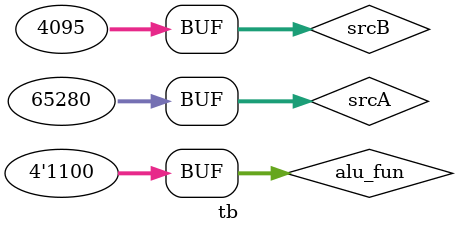
<source format=v>
`timescale 1ns / 1ps


module tb( );

   wire [31:0] result; 
   reg [3:0] alu_fun; 
   reg [31:0] srcA,srcB; 
   
alu  my_alu (
    .alu_fun  (alu_fun),
    .srcA     (srcA),
    .srcB     (srcB),
    .result   (result)
    );
   
   initial 
   begin
   
      alu_fun = 0;     // addition
      srcA = 32'd25; 
      srcB = 32'd26;       
      
      #20             // subtraction
      alu_fun = 8; 
      srcA = 32'd25; 
      srcB = 32'd26;          
      
      #20             // subtraction
      alu_fun = 8; 
      srcA = 32'hFFFFFFFFF; 
      srcB = 32'd1;    
     
       #20             // OR
      alu_fun = 6; 
      srcA = 32'h0000AAAA; 
      srcB = 32'h00005555;   
      
       #20             // AND
      alu_fun = 7; 
      srcA = 32'h0000AAAA; 
      srcB = 32'h00005555;   

       #20             // XOR
      alu_fun = 4; 
      srcA = 32'h0000AAAA; 
      srcB = 32'h00005555;    

       #20             // shift right
      alu_fun = 5; 
      srcA = 32'h0000FF00; 
      srcB = 32'h00000005;   
      
       #20             // shift left
      alu_fun = 1; 
      srcA = 32'h0000FF00; 
      srcB = 32'h00000005;
      
       #20             // shift right arithmetic
      alu_fun = 13; 
      srcA = 32'h8000FF00; 
      srcB = 32'h00000005;          
        
       #20             // set if less than signed
      alu_fun = 2; 
      srcA = 32'h8000FF00; 
      srcB = 32'h00000005;    

       #20             // set if less than unsigned
      alu_fun = 3; 
      srcA = 32'h8000FF00; 
      srcB = 32'h00000005; 
      
       #20             // load upper immediate
      alu_fun = 9; 
      srcA = 32'h0000FF00; 
      srcB = 32'h00000FFF;      
      
      #20             // set if less than unsigned
      alu_fun = 3; 
      srcA = 32'h0000FF00; 
      srcB = 32'h00000FFF;   
     
      #20
      alu_fun = 12;   // undefined operation
   end  

endmodule

</source>
